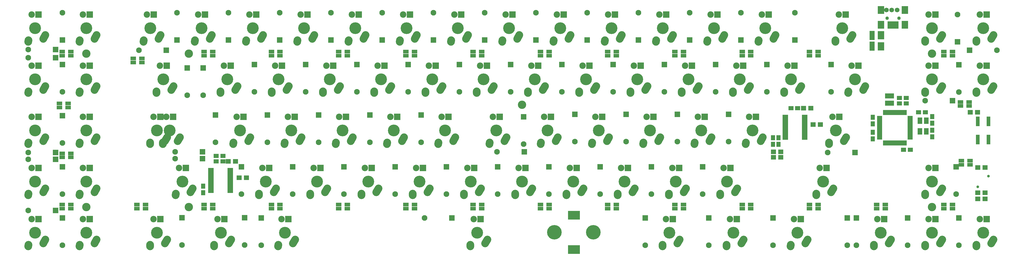
<source format=gbs>
G04 #@! TF.FileFunction,Soldermask,Bot*
%FSLAX46Y46*%
G04 Gerber Fmt 4.6, Leading zero omitted, Abs format (unit mm)*
G04 Created by KiCad (PCBNEW 4.0.3-stable) date Saturday, August 27, 2016 'PMt' 08:14:25 PM*
%MOMM*%
%LPD*%
G01*
G04 APERTURE LIST*
%ADD10C,0.150000*%
%ADD11C,3.100000*%
%ADD12C,2.099260*%
%ADD13R,2.099260X2.099260*%
%ADD14C,5.400000*%
%ADD15R,2.150000X0.850000*%
%ADD16C,4.387810*%
%ADD17C,2.900000*%
%ADD18R,2.400000X2.400000*%
%ADD19C,2.400000*%
%ADD20R,0.950000X1.900000*%
%ADD21R,1.900000X0.950000*%
%ADD22R,1.900000X1.650000*%
%ADD23R,1.650000X1.900000*%
%ADD24R,1.901140X3.399740*%
%ADD25R,2.429460X3.051760*%
%ADD26R,0.900380X2.701240*%
%ADD27R,2.398980X2.899360*%
%ADD28C,1.299160*%
%ADD29R,1.400000X3.600000*%
%ADD30R,1.700000X2.400000*%
%ADD31R,1.900000X1.700000*%
%ADD32R,1.700000X1.900000*%
%ADD33R,2.000000X1.400000*%
%ADD34C,1.009600*%
%ADD35R,4.400000X3.200000*%
%ADD36R,1.750000X1.750000*%
%ADD37C,1.750000*%
G04 APERTURE END LIST*
D10*
D11*
X95250000Y-38100000D03*
X95250000Y-95250000D03*
D12*
X219712540Y-71755000D03*
D13*
X219712540Y-61595000D03*
D14*
X245618000Y-104648000D03*
X231140000Y-104648000D03*
D15*
X324148000Y-61307000D03*
X324148000Y-61957000D03*
X324148000Y-62607000D03*
X324148000Y-63257000D03*
X324148000Y-63907000D03*
X324148000Y-64557000D03*
X324148000Y-65207000D03*
X324148000Y-65857000D03*
X324148000Y-66507000D03*
X324148000Y-67157000D03*
X324148000Y-67807000D03*
X324148000Y-68457000D03*
X324148000Y-69107000D03*
X324148000Y-69757000D03*
X316948000Y-69757000D03*
X316948000Y-69107000D03*
X316948000Y-68457000D03*
X316948000Y-67807000D03*
X316948000Y-67157000D03*
X316948000Y-66507000D03*
X316948000Y-65857000D03*
X316948000Y-65207000D03*
X316948000Y-64557000D03*
X316948000Y-63907000D03*
X316948000Y-63257000D03*
X316948000Y-62607000D03*
X316948000Y-61957000D03*
X316948000Y-61307000D03*
D16*
X83343750Y-66675000D03*
D17*
X86343297Y-70674954D02*
X87154203Y-69215046D01*
X80804026Y-71754328D02*
X80843474Y-71175672D01*
D18*
X84613750Y-61595000D03*
D19*
X82073750Y-61595000D03*
D11*
X219075000Y-57150000D03*
X371475000Y-95250000D03*
X371475000Y-38100000D03*
X57150000Y-95250000D03*
D20*
X353708000Y-59974000D03*
X354508000Y-59974000D03*
X355308000Y-59974000D03*
X356108000Y-59974000D03*
X356908000Y-59974000D03*
X357708000Y-59974000D03*
X358508000Y-59974000D03*
X359308000Y-59974000D03*
X360108000Y-59974000D03*
X360908000Y-59974000D03*
X361708000Y-59974000D03*
D21*
X363408000Y-61674000D03*
X363408000Y-62474000D03*
X363408000Y-63274000D03*
X363408000Y-64074000D03*
X363408000Y-64874000D03*
X363408000Y-65674000D03*
X363408000Y-66474000D03*
X363408000Y-67274000D03*
X363408000Y-68074000D03*
X363408000Y-68874000D03*
X363408000Y-69674000D03*
D20*
X361708000Y-71374000D03*
X360908000Y-71374000D03*
X360108000Y-71374000D03*
X359308000Y-71374000D03*
X358508000Y-71374000D03*
X357708000Y-71374000D03*
X356908000Y-71374000D03*
X356108000Y-71374000D03*
X355308000Y-71374000D03*
X354508000Y-71374000D03*
X353708000Y-71374000D03*
D21*
X352008000Y-69674000D03*
X352008000Y-68874000D03*
X352008000Y-68074000D03*
X352008000Y-67274000D03*
X352008000Y-66474000D03*
X352008000Y-65674000D03*
X352008000Y-64874000D03*
X352008000Y-64074000D03*
X352008000Y-63274000D03*
X352008000Y-62474000D03*
X352008000Y-61674000D03*
D12*
X90805000Y-22860000D03*
D13*
X90805000Y-33020000D03*
D12*
X381508000Y-109474000D03*
D13*
X381508000Y-99314000D03*
D12*
X35559480Y-36578540D03*
D13*
X45719480Y-36578540D03*
D12*
X48260000Y-22860000D03*
D13*
X48260000Y-33020000D03*
D12*
X76707480Y-36832540D03*
D13*
X86867480Y-36832540D03*
D12*
X109982000Y-22860000D03*
D13*
X109982000Y-33020000D03*
D12*
X129032000Y-22860000D03*
D13*
X129032000Y-33020000D03*
D12*
X148082000Y-22860000D03*
D13*
X148082000Y-33020000D03*
D12*
X167132000Y-22860000D03*
D13*
X167132000Y-33020000D03*
D12*
X186182000Y-22860000D03*
D13*
X186182000Y-33020000D03*
D12*
X205232000Y-22860000D03*
D13*
X205232000Y-33020000D03*
D12*
X224282000Y-22860000D03*
D13*
X224282000Y-33020000D03*
D12*
X243332000Y-22860000D03*
D13*
X243332000Y-33020000D03*
D12*
X262382000Y-22860000D03*
D13*
X262382000Y-33020000D03*
D12*
X281432000Y-22860000D03*
D13*
X281432000Y-33020000D03*
D12*
X300482000Y-22860000D03*
D13*
X300482000Y-33020000D03*
D12*
X320500000Y-22860000D03*
D13*
X320500000Y-33020000D03*
D12*
X380994920Y-23495000D03*
D13*
X380994920Y-33655000D03*
D12*
X395605000Y-36830000D03*
D13*
X385445000Y-36830000D03*
D12*
X35559480Y-39626540D03*
D13*
X45719480Y-39626540D03*
D12*
X48262540Y-52324520D03*
D13*
X48262540Y-42164520D03*
D12*
X94615000Y-53594000D03*
D13*
X94615000Y-43434000D03*
D12*
X100586540Y-53594000D03*
D13*
X100586540Y-43434000D03*
D12*
X119636540Y-52324520D03*
D13*
X119636540Y-42164520D03*
D12*
X138686540Y-52324520D03*
D13*
X138686540Y-42164520D03*
D12*
X157736540Y-52324520D03*
D13*
X157736540Y-42164520D03*
D12*
X176786540Y-52324520D03*
D13*
X176786540Y-42164520D03*
D12*
X195836540Y-52324520D03*
D13*
X195836540Y-42164520D03*
D12*
X214886540Y-52324520D03*
D13*
X214886540Y-42164520D03*
D12*
X233936540Y-52324520D03*
D13*
X233936540Y-42164520D03*
D12*
X252986540Y-52324520D03*
D13*
X252986540Y-42164520D03*
D12*
X272036540Y-52324520D03*
D13*
X272036540Y-42164520D03*
D12*
X291086540Y-52324520D03*
D13*
X291086540Y-42164520D03*
D12*
X310136540Y-52324520D03*
D13*
X310136540Y-42164520D03*
D12*
X334012540Y-52324520D03*
D13*
X334012540Y-42164520D03*
D12*
X368935000Y-55626000D03*
D13*
X379095000Y-55626000D03*
D12*
X381508000Y-52415000D03*
D13*
X381508000Y-42255000D03*
D12*
X35559480Y-74932540D03*
D13*
X45719480Y-74932540D03*
D12*
X48262540Y-71374520D03*
D13*
X48262540Y-61214520D03*
D12*
X90170000Y-74676000D03*
D13*
X100330000Y-74676000D03*
D12*
X105158540Y-71120520D03*
D13*
X105158540Y-60960520D03*
D12*
X124462540Y-71120520D03*
D13*
X124462540Y-60960520D03*
D12*
X143512540Y-71120520D03*
D13*
X143512540Y-60960520D03*
D12*
X162562540Y-71120520D03*
D13*
X162562540Y-60960520D03*
D12*
X181612540Y-71120520D03*
D13*
X181612540Y-60960520D03*
D12*
X209804000Y-74676000D03*
D13*
X219964000Y-74676000D03*
D12*
X238762540Y-70866520D03*
D13*
X238762540Y-60706520D03*
D12*
X257812540Y-70866520D03*
D13*
X257812540Y-60706520D03*
D12*
X276862540Y-70866520D03*
D13*
X276862540Y-60706520D03*
D12*
X295912540Y-70866520D03*
D13*
X295912540Y-60706520D03*
D12*
X332740000Y-74930000D03*
D13*
X342900000Y-74930000D03*
D12*
X35559480Y-77472540D03*
D13*
X45719480Y-77472540D03*
D12*
X48262540Y-90424520D03*
D13*
X48262540Y-80264520D03*
D12*
X90170000Y-77216000D03*
D13*
X100330000Y-77216000D03*
D12*
X114810540Y-90424520D03*
D13*
X114810540Y-80264520D03*
D12*
X133860540Y-90424520D03*
D13*
X133860540Y-80264520D03*
D12*
X152910540Y-90424520D03*
D13*
X152910540Y-80264520D03*
D12*
X171960540Y-90424520D03*
D13*
X171960540Y-80264520D03*
D12*
X191010540Y-90424520D03*
D13*
X191010540Y-80264520D03*
D12*
X210060540Y-90424520D03*
D13*
X210060540Y-80264520D03*
D12*
X229110540Y-90424520D03*
D13*
X229110540Y-80264520D03*
D12*
X248160540Y-90424520D03*
D13*
X248160540Y-80264520D03*
D12*
X267210540Y-90424520D03*
D13*
X267210540Y-80264520D03*
D12*
X286260540Y-90424520D03*
D13*
X286260540Y-80264520D03*
D12*
X340000000Y-109474520D03*
D13*
X340000000Y-99314520D03*
D12*
X380494540Y-90424520D03*
D13*
X380494540Y-80264520D03*
D12*
X35559480Y-96522540D03*
D13*
X45719480Y-96522540D03*
D12*
X48262540Y-109474520D03*
D13*
X48262540Y-99314520D03*
D12*
X92712540Y-109347000D03*
D13*
X92712540Y-99187000D03*
D12*
X115951000Y-109347000D03*
D13*
X115951000Y-99187000D03*
D12*
X122176540Y-109474520D03*
D13*
X122176540Y-99314520D03*
D12*
X182880000Y-99314000D03*
D13*
X193040000Y-99314000D03*
D12*
X264924540Y-109474520D03*
D13*
X264924540Y-99314520D03*
D12*
X288546540Y-109474520D03*
D13*
X288546540Y-99314520D03*
D12*
X312422540Y-109474520D03*
D13*
X312422540Y-99314520D03*
D12*
X343410540Y-109474520D03*
D13*
X343410540Y-99314520D03*
D12*
X362460540Y-109474520D03*
D13*
X362460540Y-99314520D03*
D22*
X107930000Y-78232000D03*
X105430000Y-78232000D03*
D16*
X330993750Y-85725000D03*
D17*
X333993297Y-89724954D02*
X334804203Y-88265046D01*
X328454026Y-90804328D02*
X328493474Y-90225672D01*
D18*
X332263750Y-80645000D03*
D19*
X329723750Y-80645000D03*
D16*
X390525000Y-104775000D03*
D17*
X393524547Y-108774954D02*
X394335453Y-107315046D01*
X387985276Y-109854328D02*
X388024724Y-109275672D01*
D18*
X391795000Y-99695000D03*
D19*
X389255000Y-99695000D03*
D16*
X371475000Y-104775000D03*
D17*
X374474547Y-108774954D02*
X375285453Y-107315046D01*
X368935276Y-109854328D02*
X368974724Y-109275672D01*
D18*
X372745000Y-99695000D03*
D19*
X370205000Y-99695000D03*
D16*
X352425000Y-104775000D03*
D17*
X355424547Y-108774954D02*
X356235453Y-107315046D01*
X349885276Y-109854328D02*
X349924724Y-109275672D01*
D18*
X353695000Y-99695000D03*
D19*
X351155000Y-99695000D03*
D16*
X321468750Y-104775000D03*
D17*
X324468297Y-108774954D02*
X325279203Y-107315046D01*
X318929026Y-109854328D02*
X318968474Y-109275672D01*
D18*
X322738750Y-99695000D03*
D19*
X320198750Y-99695000D03*
D16*
X297656250Y-104775000D03*
D17*
X300655797Y-108774954D02*
X301466703Y-107315046D01*
X295116526Y-109854328D02*
X295155974Y-109275672D01*
D18*
X298926250Y-99695000D03*
D19*
X296386250Y-99695000D03*
D16*
X273843750Y-104775000D03*
D17*
X276843297Y-108774954D02*
X277654203Y-107315046D01*
X271304026Y-109854328D02*
X271343474Y-109275672D01*
D18*
X275113750Y-99695000D03*
D19*
X272573750Y-99695000D03*
D16*
X202406250Y-104775000D03*
D17*
X205405797Y-108774954D02*
X206216703Y-107315046D01*
X199866526Y-109854328D02*
X199905974Y-109275672D01*
D18*
X203676250Y-99695000D03*
D19*
X201136250Y-99695000D03*
D16*
X130968750Y-104775000D03*
D17*
X133968297Y-108774954D02*
X134779203Y-107315046D01*
X128429026Y-109854328D02*
X128468474Y-109275672D01*
D18*
X132238750Y-99695000D03*
D19*
X129698750Y-99695000D03*
D16*
X107156250Y-104775000D03*
D17*
X110155797Y-108774954D02*
X110966703Y-107315046D01*
X104616526Y-109854328D02*
X104655974Y-109275672D01*
D18*
X108426250Y-99695000D03*
D19*
X105886250Y-99695000D03*
D16*
X83343750Y-104775000D03*
D17*
X86343297Y-108774954D02*
X87154203Y-107315046D01*
X80804026Y-109854328D02*
X80843474Y-109275672D01*
D18*
X84613750Y-99695000D03*
D19*
X82073750Y-99695000D03*
D16*
X57150000Y-104775000D03*
D17*
X60149547Y-108774954D02*
X60960453Y-107315046D01*
X54610276Y-109854328D02*
X54649724Y-109275672D01*
D18*
X58420000Y-99695000D03*
D19*
X55880000Y-99695000D03*
D16*
X38100000Y-104775000D03*
D17*
X41099547Y-108774954D02*
X41910453Y-107315046D01*
X35560276Y-109854328D02*
X35599724Y-109275672D01*
D18*
X39370000Y-99695000D03*
D19*
X36830000Y-99695000D03*
D16*
X371475000Y-85725000D03*
D17*
X374474547Y-89724954D02*
X375285453Y-88265046D01*
X368935276Y-90804328D02*
X368974724Y-90225672D01*
D18*
X372745000Y-80645000D03*
D19*
X370205000Y-80645000D03*
D16*
X295275000Y-85725000D03*
D17*
X298274547Y-89724954D02*
X299085453Y-88265046D01*
X292735276Y-90804328D02*
X292774724Y-90225672D01*
D18*
X296545000Y-80645000D03*
D19*
X294005000Y-80645000D03*
D16*
X276225000Y-85725000D03*
D17*
X279224547Y-89724954D02*
X280035453Y-88265046D01*
X273685276Y-90804328D02*
X273724724Y-90225672D01*
D18*
X277495000Y-80645000D03*
D19*
X274955000Y-80645000D03*
D16*
X257175000Y-85725000D03*
D17*
X260174547Y-89724954D02*
X260985453Y-88265046D01*
X254635276Y-90804328D02*
X254674724Y-90225672D01*
D18*
X258445000Y-80645000D03*
D19*
X255905000Y-80645000D03*
D16*
X238125000Y-85725000D03*
D17*
X241124547Y-89724954D02*
X241935453Y-88265046D01*
X235585276Y-90804328D02*
X235624724Y-90225672D01*
D18*
X239395000Y-80645000D03*
D19*
X236855000Y-80645000D03*
D16*
X219075000Y-85725000D03*
D17*
X222074547Y-89724954D02*
X222885453Y-88265046D01*
X216535276Y-90804328D02*
X216574724Y-90225672D01*
D18*
X220345000Y-80645000D03*
D19*
X217805000Y-80645000D03*
D16*
X200025000Y-85725000D03*
D17*
X203024547Y-89724954D02*
X203835453Y-88265046D01*
X197485276Y-90804328D02*
X197524724Y-90225672D01*
D18*
X201295000Y-80645000D03*
D19*
X198755000Y-80645000D03*
D16*
X180975000Y-85725000D03*
D17*
X183974547Y-89724954D02*
X184785453Y-88265046D01*
X178435276Y-90804328D02*
X178474724Y-90225672D01*
D18*
X182245000Y-80645000D03*
D19*
X179705000Y-80645000D03*
D16*
X161925000Y-85725000D03*
D17*
X164924547Y-89724954D02*
X165735453Y-88265046D01*
X159385276Y-90804328D02*
X159424724Y-90225672D01*
D18*
X163195000Y-80645000D03*
D19*
X160655000Y-80645000D03*
D16*
X142875000Y-85725000D03*
D17*
X145874547Y-89724954D02*
X146685453Y-88265046D01*
X140335276Y-90804328D02*
X140374724Y-90225672D01*
D18*
X144145000Y-80645000D03*
D19*
X141605000Y-80645000D03*
D16*
X123825000Y-85725000D03*
D17*
X126824547Y-89724954D02*
X127635453Y-88265046D01*
X121285276Y-90804328D02*
X121324724Y-90225672D01*
D18*
X125095000Y-80645000D03*
D19*
X122555000Y-80645000D03*
D16*
X92868750Y-85725000D03*
D17*
X95868297Y-89724954D02*
X96679203Y-88265046D01*
X90329026Y-90804328D02*
X90368474Y-90225672D01*
D18*
X94138750Y-80645000D03*
D19*
X91598750Y-80645000D03*
D16*
X57150000Y-85725000D03*
D17*
X60149547Y-89724954D02*
X60960453Y-88265046D01*
X54610276Y-90804328D02*
X54649724Y-90225672D01*
D18*
X58420000Y-80645000D03*
D19*
X55880000Y-80645000D03*
D16*
X38100000Y-85725000D03*
D17*
X41099547Y-89724954D02*
X41910453Y-88265046D01*
X35560276Y-90804328D02*
X35599724Y-90225672D01*
D18*
X39370000Y-80645000D03*
D19*
X36830000Y-80645000D03*
D16*
X335756250Y-66675000D03*
D17*
X338755797Y-70674954D02*
X339566703Y-69215046D01*
X333216526Y-71754328D02*
X333255974Y-71175672D01*
D18*
X337026250Y-61595000D03*
D19*
X334486250Y-61595000D03*
D16*
X304800000Y-66675000D03*
D17*
X307799547Y-70674954D02*
X308610453Y-69215046D01*
X302260276Y-71754328D02*
X302299724Y-71175672D01*
D18*
X306070000Y-61595000D03*
D19*
X303530000Y-61595000D03*
D16*
X285750000Y-66675000D03*
D17*
X288749547Y-70674954D02*
X289560453Y-69215046D01*
X283210276Y-71754328D02*
X283249724Y-71175672D01*
D18*
X287020000Y-61595000D03*
D19*
X284480000Y-61595000D03*
D16*
X266700000Y-66675000D03*
D17*
X269699547Y-70674954D02*
X270510453Y-69215046D01*
X264160276Y-71754328D02*
X264199724Y-71175672D01*
D18*
X267970000Y-61595000D03*
D19*
X265430000Y-61595000D03*
D16*
X247650000Y-66675000D03*
D17*
X250649547Y-70674954D02*
X251460453Y-69215046D01*
X245110276Y-71754328D02*
X245149724Y-71175672D01*
D18*
X248920000Y-61595000D03*
D19*
X246380000Y-61595000D03*
D16*
X228600000Y-66675000D03*
D17*
X231599547Y-70674954D02*
X232410453Y-69215046D01*
X226060276Y-71754328D02*
X226099724Y-71175672D01*
D18*
X229870000Y-61595000D03*
D19*
X227330000Y-61595000D03*
D16*
X209550000Y-66675000D03*
D17*
X212549547Y-70674954D02*
X213360453Y-69215046D01*
X207010276Y-71754328D02*
X207049724Y-71175672D01*
D18*
X210820000Y-61595000D03*
D19*
X208280000Y-61595000D03*
D16*
X190500000Y-66675000D03*
D17*
X193499547Y-70674954D02*
X194310453Y-69215046D01*
X187960276Y-71754328D02*
X187999724Y-71175672D01*
D18*
X191770000Y-61595000D03*
D19*
X189230000Y-61595000D03*
D16*
X171450000Y-66675000D03*
D17*
X174449547Y-70674954D02*
X175260453Y-69215046D01*
X168910276Y-71754328D02*
X168949724Y-71175672D01*
D18*
X172720000Y-61595000D03*
D19*
X170180000Y-61595000D03*
D16*
X152400000Y-66675000D03*
D17*
X155399547Y-70674954D02*
X156210453Y-69215046D01*
X149860276Y-71754328D02*
X149899724Y-71175672D01*
D18*
X153670000Y-61595000D03*
D19*
X151130000Y-61595000D03*
D16*
X133350000Y-66675000D03*
D17*
X136349547Y-70674954D02*
X137160453Y-69215046D01*
X130810276Y-71754328D02*
X130849724Y-71175672D01*
D18*
X134620000Y-61595000D03*
D19*
X132080000Y-61595000D03*
D16*
X114300000Y-66675000D03*
D17*
X117299547Y-70674954D02*
X118110453Y-69215046D01*
X111760276Y-71754328D02*
X111799724Y-71175672D01*
D18*
X115570000Y-61595000D03*
D19*
X113030000Y-61595000D03*
D16*
X88106250Y-66675000D03*
D17*
X91105797Y-70674954D02*
X91916703Y-69215046D01*
X85566526Y-71754328D02*
X85605974Y-71175672D01*
D18*
X89376250Y-61595000D03*
D19*
X86836250Y-61595000D03*
D16*
X57150000Y-66675000D03*
D17*
X60149547Y-70674954D02*
X60960453Y-69215046D01*
X54610276Y-71754328D02*
X54649724Y-71175672D01*
D18*
X58420000Y-61595000D03*
D19*
X55880000Y-61595000D03*
D16*
X38100000Y-66675000D03*
D17*
X41099547Y-70674954D02*
X41910453Y-69215046D01*
X35560276Y-71754328D02*
X35599724Y-71175672D01*
D18*
X39370000Y-61595000D03*
D19*
X36830000Y-61595000D03*
D16*
X390525000Y-47625000D03*
D17*
X393524547Y-51624954D02*
X394335453Y-50165046D01*
X387985276Y-52704328D02*
X388024724Y-52125672D01*
D18*
X391795000Y-42545000D03*
D19*
X389255000Y-42545000D03*
D16*
X371475000Y-47625000D03*
D17*
X374474547Y-51624954D02*
X375285453Y-50165046D01*
X368935276Y-52704328D02*
X368974724Y-52125672D01*
D18*
X372745000Y-42545000D03*
D19*
X370205000Y-42545000D03*
D16*
X342900000Y-47625000D03*
D17*
X345899547Y-51624954D02*
X346710453Y-50165046D01*
X340360276Y-52704328D02*
X340399724Y-52125672D01*
D18*
X344170000Y-42545000D03*
D19*
X341630000Y-42545000D03*
D16*
X319087500Y-47625000D03*
D17*
X322087047Y-51624954D02*
X322897953Y-50165046D01*
X316547776Y-52704328D02*
X316587224Y-52125672D01*
D18*
X320357500Y-42545000D03*
D19*
X317817500Y-42545000D03*
D16*
X300037500Y-47625000D03*
D17*
X303037047Y-51624954D02*
X303847953Y-50165046D01*
X297497776Y-52704328D02*
X297537224Y-52125672D01*
D18*
X301307500Y-42545000D03*
D19*
X298767500Y-42545000D03*
D16*
X280987500Y-47625000D03*
D17*
X283987047Y-51624954D02*
X284797953Y-50165046D01*
X278447776Y-52704328D02*
X278487224Y-52125672D01*
D18*
X282257500Y-42545000D03*
D19*
X279717500Y-42545000D03*
D16*
X261937500Y-47625000D03*
D17*
X264937047Y-51624954D02*
X265747953Y-50165046D01*
X259397776Y-52704328D02*
X259437224Y-52125672D01*
D18*
X263207500Y-42545000D03*
D19*
X260667500Y-42545000D03*
D16*
X242887500Y-47625000D03*
D17*
X245887047Y-51624954D02*
X246697953Y-50165046D01*
X240347776Y-52704328D02*
X240387224Y-52125672D01*
D18*
X244157500Y-42545000D03*
D19*
X241617500Y-42545000D03*
D16*
X223837500Y-47625000D03*
D17*
X226837047Y-51624954D02*
X227647953Y-50165046D01*
X221297776Y-52704328D02*
X221337224Y-52125672D01*
D18*
X225107500Y-42545000D03*
D19*
X222567500Y-42545000D03*
D16*
X204787500Y-47625000D03*
D17*
X207787047Y-51624954D02*
X208597953Y-50165046D01*
X202247776Y-52704328D02*
X202287224Y-52125672D01*
D18*
X206057500Y-42545000D03*
D19*
X203517500Y-42545000D03*
D16*
X185737500Y-47625000D03*
D17*
X188737047Y-51624954D02*
X189547953Y-50165046D01*
X183197776Y-52704328D02*
X183237224Y-52125672D01*
D18*
X187007500Y-42545000D03*
D19*
X184467500Y-42545000D03*
D16*
X166687500Y-47625000D03*
D17*
X169687047Y-51624954D02*
X170497953Y-50165046D01*
X164147776Y-52704328D02*
X164187224Y-52125672D01*
D18*
X167957500Y-42545000D03*
D19*
X165417500Y-42545000D03*
D16*
X147637500Y-47625000D03*
D17*
X150637047Y-51624954D02*
X151447953Y-50165046D01*
X145097776Y-52704328D02*
X145137224Y-52125672D01*
D18*
X148907500Y-42545000D03*
D19*
X146367500Y-42545000D03*
D16*
X128587500Y-47625000D03*
D17*
X131587047Y-51624954D02*
X132397953Y-50165046D01*
X126047776Y-52704328D02*
X126087224Y-52125672D01*
D18*
X129857500Y-42545000D03*
D19*
X127317500Y-42545000D03*
D16*
X109537500Y-47625000D03*
D17*
X112537047Y-51624954D02*
X113347953Y-50165046D01*
X106997776Y-52704328D02*
X107037224Y-52125672D01*
D18*
X110807500Y-42545000D03*
D19*
X108267500Y-42545000D03*
D16*
X85725000Y-47625000D03*
D17*
X88724547Y-51624954D02*
X89535453Y-50165046D01*
X83185276Y-52704328D02*
X83224724Y-52125672D01*
D18*
X86995000Y-42545000D03*
D19*
X84455000Y-42545000D03*
D16*
X57150000Y-47625000D03*
D17*
X60149547Y-51624954D02*
X60960453Y-50165046D01*
X54610276Y-52704328D02*
X54649724Y-52125672D01*
D18*
X58420000Y-42545000D03*
D19*
X55880000Y-42545000D03*
D16*
X38100000Y-47625000D03*
D17*
X41099547Y-51624954D02*
X41910453Y-50165046D01*
X35560276Y-52704328D02*
X35599724Y-52125672D01*
D18*
X39370000Y-42545000D03*
D19*
X36830000Y-42545000D03*
D16*
X390525000Y-28575000D03*
D17*
X393524547Y-32574954D02*
X394335453Y-31115046D01*
X387985276Y-33654328D02*
X388024724Y-33075672D01*
D18*
X391795000Y-23495000D03*
D19*
X389255000Y-23495000D03*
D16*
X371475000Y-28575000D03*
D17*
X374474547Y-32574954D02*
X375285453Y-31115046D01*
X368935276Y-33654328D02*
X368974724Y-33075672D01*
D18*
X372745000Y-23495000D03*
D19*
X370205000Y-23495000D03*
D16*
X338137500Y-28575000D03*
D17*
X341137047Y-32574954D02*
X341947953Y-31115046D01*
X335597776Y-33654328D02*
X335637224Y-33075672D01*
D18*
X339407500Y-23495000D03*
D19*
X336867500Y-23495000D03*
D16*
X309562500Y-28575000D03*
D17*
X312562047Y-32574954D02*
X313372953Y-31115046D01*
X307022776Y-33654328D02*
X307062224Y-33075672D01*
D18*
X310832500Y-23495000D03*
D19*
X308292500Y-23495000D03*
D16*
X290512500Y-28575000D03*
D17*
X293512047Y-32574954D02*
X294322953Y-31115046D01*
X287972776Y-33654328D02*
X288012224Y-33075672D01*
D18*
X291782500Y-23495000D03*
D19*
X289242500Y-23495000D03*
D16*
X271462500Y-28575000D03*
D17*
X274462047Y-32574954D02*
X275272953Y-31115046D01*
X268922776Y-33654328D02*
X268962224Y-33075672D01*
D18*
X272732500Y-23495000D03*
D19*
X270192500Y-23495000D03*
D16*
X252412500Y-28575000D03*
D17*
X255412047Y-32574954D02*
X256222953Y-31115046D01*
X249872776Y-33654328D02*
X249912224Y-33075672D01*
D18*
X253682500Y-23495000D03*
D19*
X251142500Y-23495000D03*
D16*
X233362500Y-28575000D03*
D17*
X236362047Y-32574954D02*
X237172953Y-31115046D01*
X230822776Y-33654328D02*
X230862224Y-33075672D01*
D18*
X234632500Y-23495000D03*
D19*
X232092500Y-23495000D03*
D16*
X214312500Y-28575000D03*
D17*
X217312047Y-32574954D02*
X218122953Y-31115046D01*
X211772776Y-33654328D02*
X211812224Y-33075672D01*
D18*
X215582500Y-23495000D03*
D19*
X213042500Y-23495000D03*
D16*
X195262500Y-28575000D03*
D17*
X198262047Y-32574954D02*
X199072953Y-31115046D01*
X192722776Y-33654328D02*
X192762224Y-33075672D01*
D18*
X196532500Y-23495000D03*
D19*
X193992500Y-23495000D03*
D16*
X176212500Y-28575000D03*
D17*
X179212047Y-32574954D02*
X180022953Y-31115046D01*
X173672776Y-33654328D02*
X173712224Y-33075672D01*
D18*
X177482500Y-23495000D03*
D19*
X174942500Y-23495000D03*
D16*
X157162500Y-28575000D03*
D17*
X160162047Y-32574954D02*
X160972953Y-31115046D01*
X154622776Y-33654328D02*
X154662224Y-33075672D01*
D18*
X158432500Y-23495000D03*
D19*
X155892500Y-23495000D03*
D16*
X138112500Y-28575000D03*
D17*
X141112047Y-32574954D02*
X141922953Y-31115046D01*
X135572776Y-33654328D02*
X135612224Y-33075672D01*
D18*
X139382500Y-23495000D03*
D19*
X136842500Y-23495000D03*
D16*
X119062500Y-28575000D03*
D17*
X122062047Y-32574954D02*
X122872953Y-31115046D01*
X116522776Y-33654328D02*
X116562224Y-33075672D01*
D18*
X120332500Y-23495000D03*
D19*
X117792500Y-23495000D03*
D16*
X100012500Y-28575000D03*
D17*
X103012047Y-32574954D02*
X103822953Y-31115046D01*
X97472776Y-33654328D02*
X97512224Y-33075672D01*
D18*
X101282500Y-23495000D03*
D19*
X98742500Y-23495000D03*
D16*
X80962500Y-28575000D03*
D17*
X83962047Y-32574954D02*
X84772953Y-31115046D01*
X78422776Y-33654328D02*
X78462224Y-33075672D01*
D18*
X82232500Y-23495000D03*
D19*
X79692500Y-23495000D03*
D16*
X57150000Y-28575000D03*
D17*
X60149547Y-32574954D02*
X60960453Y-31115046D01*
X54610276Y-33654328D02*
X54649724Y-33075672D01*
D18*
X58420000Y-23495000D03*
D19*
X55880000Y-23495000D03*
D16*
X38100000Y-28575000D03*
D17*
X41099547Y-32574954D02*
X41910453Y-31115046D01*
X35560276Y-33654328D02*
X35599724Y-33075672D01*
D18*
X39370000Y-23495000D03*
D19*
X36830000Y-23495000D03*
D22*
X107930000Y-76200000D03*
X105430000Y-76200000D03*
D23*
X100584000Y-89916000D03*
X100584000Y-87416000D03*
D24*
X349250000Y-31275020D03*
X349250000Y-35272980D03*
D23*
X349504000Y-69830000D03*
X349504000Y-67330000D03*
D22*
X360954000Y-73914000D03*
X363454000Y-73914000D03*
X366542000Y-59944000D03*
X369042000Y-59944000D03*
X361930000Y-56642000D03*
X359430000Y-56642000D03*
D23*
X371602000Y-69068000D03*
X371602000Y-66568000D03*
X371602000Y-61488000D03*
X371602000Y-63988000D03*
D22*
X361930000Y-54610000D03*
X359430000Y-54610000D03*
D23*
X349504000Y-64242000D03*
X349504000Y-61742000D03*
D25*
X352552000Y-31188660D03*
X352552000Y-35359340D03*
D26*
X355399800Y-27449320D03*
X356199900Y-27449320D03*
X357000000Y-27449320D03*
X357800100Y-27449320D03*
X358600200Y-27449320D03*
D27*
X352549920Y-27350260D03*
X352549920Y-21851160D03*
X361450080Y-27350260D03*
X361450080Y-21851160D03*
D28*
X354800360Y-24850900D03*
X359199640Y-24850900D03*
D29*
X392525000Y-63275000D03*
X392525000Y-70075000D03*
X388525000Y-70075000D03*
X388525000Y-63275000D03*
D30*
X366973000Y-67024000D03*
X366973000Y-63024000D03*
X369373000Y-63024000D03*
X369373000Y-67024000D03*
D31*
X391240000Y-92202000D03*
X388540000Y-92202000D03*
X112602000Y-78232000D03*
X109902000Y-78232000D03*
X113966000Y-84328000D03*
X116666000Y-84328000D03*
X391240000Y-80518000D03*
X388540000Y-80518000D03*
X391240000Y-89916000D03*
X388540000Y-89916000D03*
D32*
X354900000Y-56534000D03*
X354900000Y-53834000D03*
X356525000Y-56534000D03*
X356525000Y-53834000D03*
D31*
X388446000Y-59944000D03*
X385746000Y-59944000D03*
D11*
X57150000Y-38100000D03*
D15*
X110661000Y-81119000D03*
X110661000Y-81769000D03*
X110661000Y-82419000D03*
X110661000Y-83069000D03*
X110661000Y-83719000D03*
X110661000Y-84369000D03*
X110661000Y-85019000D03*
X110661000Y-85669000D03*
X110661000Y-86319000D03*
X110661000Y-86969000D03*
X110661000Y-87619000D03*
X110661000Y-88269000D03*
X110661000Y-88919000D03*
X110661000Y-89569000D03*
X103461000Y-89569000D03*
X103461000Y-88919000D03*
X103461000Y-88269000D03*
X103461000Y-87619000D03*
X103461000Y-86969000D03*
X103461000Y-86319000D03*
X103461000Y-85669000D03*
X103461000Y-85019000D03*
X103461000Y-84369000D03*
X103461000Y-83719000D03*
X103461000Y-83069000D03*
X103461000Y-82419000D03*
X103461000Y-81769000D03*
X103461000Y-81119000D03*
D31*
X327326000Y-64516000D03*
X330026000Y-64516000D03*
X326470000Y-58420000D03*
X323770000Y-58420000D03*
D23*
X314452000Y-71862000D03*
X314452000Y-69362000D03*
X312420000Y-71862000D03*
X312420000Y-69362000D03*
D22*
X321564000Y-58420000D03*
X319064000Y-58420000D03*
D31*
X312594000Y-76708000D03*
X315294000Y-76708000D03*
X312594000Y-74676000D03*
X315294000Y-74676000D03*
D33*
X204140000Y-94278000D03*
X204140000Y-95778000D03*
X200940000Y-94278000D03*
X200940000Y-95778000D03*
X385267000Y-56082500D03*
X385267000Y-57582500D03*
X382067000Y-56082500D03*
X382067000Y-57582500D03*
X379140000Y-37350000D03*
X379140000Y-38850000D03*
X375940000Y-37350000D03*
X375940000Y-38850000D03*
X385648000Y-77990000D03*
X385648000Y-79490000D03*
X382448000Y-77990000D03*
X382448000Y-79490000D03*
X379140000Y-94278000D03*
X379140000Y-95778000D03*
X375940000Y-94278000D03*
X375940000Y-95778000D03*
X354140000Y-94278000D03*
X354140000Y-95778000D03*
X350940000Y-94278000D03*
X350940000Y-95778000D03*
X329140000Y-94278000D03*
X329140000Y-95778000D03*
X325940000Y-94278000D03*
X325940000Y-95778000D03*
X254140000Y-94278000D03*
X254140000Y-95778000D03*
X250940000Y-94278000D03*
X250940000Y-95778000D03*
X279140000Y-94278000D03*
X279140000Y-95778000D03*
X275940000Y-94278000D03*
X275940000Y-95778000D03*
X329140000Y-37350000D03*
X329140000Y-38850000D03*
X325940000Y-37350000D03*
X325940000Y-38850000D03*
X254140000Y-37350000D03*
X254140000Y-38850000D03*
X250940000Y-37350000D03*
X250940000Y-38850000D03*
X229140000Y-94278000D03*
X229140000Y-95778000D03*
X225940000Y-94278000D03*
X225940000Y-95778000D03*
X304140000Y-94278000D03*
X304140000Y-95778000D03*
X300940000Y-94278000D03*
X300940000Y-95778000D03*
X304140000Y-37350000D03*
X304140000Y-38850000D03*
X300940000Y-37350000D03*
X300940000Y-38850000D03*
X229140000Y-37350000D03*
X229140000Y-38850000D03*
X225940000Y-37350000D03*
X225940000Y-38850000D03*
X279140000Y-37350000D03*
X279140000Y-38850000D03*
X275940000Y-37350000D03*
X275940000Y-38850000D03*
X154140000Y-37350000D03*
X154140000Y-38850000D03*
X150940000Y-37350000D03*
X150940000Y-38850000D03*
X51384000Y-75208000D03*
X51384000Y-76708000D03*
X48184000Y-75208000D03*
X48184000Y-76708000D03*
X179140000Y-37350000D03*
X179140000Y-38850000D03*
X175940000Y-37350000D03*
X175940000Y-38850000D03*
X129140000Y-94278000D03*
X129140000Y-95778000D03*
X125940000Y-94278000D03*
X125940000Y-95778000D03*
X154140000Y-94278000D03*
X154140000Y-95778000D03*
X150940000Y-94278000D03*
X150940000Y-95778000D03*
X179140000Y-94278000D03*
X179140000Y-95778000D03*
X175940000Y-94278000D03*
X175940000Y-95778000D03*
X129140000Y-37350000D03*
X129140000Y-38850000D03*
X125940000Y-37350000D03*
X125940000Y-38850000D03*
X104140000Y-94278000D03*
X104140000Y-95778000D03*
X100940000Y-94278000D03*
X100940000Y-95778000D03*
X51384000Y-37350000D03*
X51384000Y-38850000D03*
X48184000Y-37350000D03*
X48184000Y-38850000D03*
X51384000Y-94278000D03*
X51384000Y-95778000D03*
X48184000Y-94278000D03*
X48184000Y-95778000D03*
X79140000Y-94278000D03*
X79140000Y-95778000D03*
X75940000Y-94278000D03*
X75940000Y-95778000D03*
X50368000Y-56654000D03*
X50368000Y-58154000D03*
X47168000Y-56654000D03*
X47168000Y-58154000D03*
X204140000Y-37350000D03*
X204140000Y-38850000D03*
X200940000Y-37350000D03*
X200940000Y-38850000D03*
X77800000Y-39890000D03*
X77800000Y-41390000D03*
X74600000Y-39890000D03*
X74600000Y-41390000D03*
X104140000Y-37350000D03*
X104140000Y-38850000D03*
X100940000Y-37350000D03*
X100940000Y-38850000D03*
D34*
X392525000Y-83725000D03*
X388525000Y-87725000D03*
D35*
X238379000Y-98248000D03*
X238379000Y-111048000D03*
D36*
X352549920Y-21851160D03*
D37*
X354549920Y-21851160D03*
X356549920Y-21851160D03*
X358549920Y-21851160D03*
M02*

</source>
